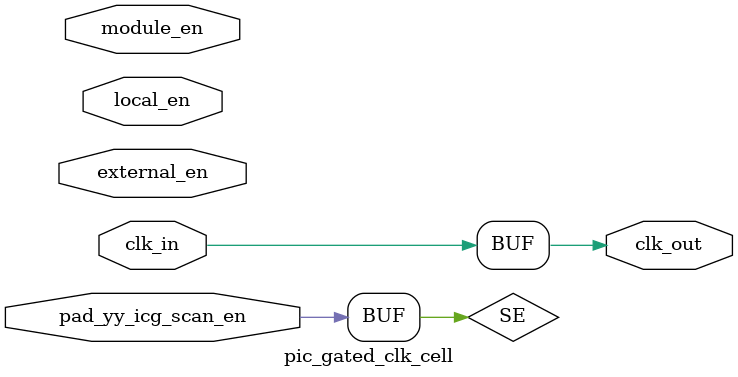
<source format=v>
module pic_gated_clk_cell(
  clk_in,
  module_en,
  local_en,
  external_en,
  pad_yy_icg_scan_en,
  clk_out
);
//RELEASE_INST_LIB

input  clk_in;
input  module_en;
input  local_en;
input  external_en;
input  pad_yy_icg_scan_en;
output clk_out;

wire   clk_en_bf_latch;
wire   SE;

assign clk_en_bf_latch = module_en | local_en | external_en ;

// SE driven from primary input, held constant
assign SE       = pad_yy_icg_scan_en;

`ifdef PIC_GATED_CELL  
pic_gated_cell x_pic_gated_cell( //Customs can replace pic_gated_cell with their own icg_cell
  .clk_in        (clk_in),
  .external_en   (clk_en_bf_latch),
  .SE            (SE),
  .clk_out       (clk_out)
  );
//`ifdef PIC_SMIC
//  `ifdef PIC_PROCESS55LL
//HVT_CLKLANQHDV8 x_gated_clk_cell(
//.CK(clk_in),
//  `endif
//.TE(SE),
//.E(clk_en_bf_latch),
//.Q(clk_out));
//`endif
//`ifdef PIC_TSMC
//  `ifdef PIC_PROCESS40LP
//     CKLNQD1BWP x_gated_clk_cell (
//         .CP(clk_in),
//         .TE(SE),
//         .E(clk_en_bf_latch),
//         .Q(clk_out));
//  `endif
//  `ifdef PIC_PROCESS28HPC
//    CKLNQD8BWP35P140  x_gated_clk_cell (
//                .CP     (clk_in),
//                .TE     (SE),
//                .E      (clk_en_bf_latch),
//                .Q      (clk_out)
//                );
//  `endif
//  `ifdef PIC_PROCESS12FFC
//    CKLNQD8BWP6T16P96CPDLVT x_gated_clk_cell (
//      .CP           (clk_in),
//      .TE           (SE),
//      .E            (clk_en_bf_latch),
//      .Q            (clk_out)
//    );
//  `endif
//`endif
//`ifdef PIC_GSMC
//  `ifdef PIC_PROCESS130
//CLKGTPHD8X x_gated_clk_cell(
//.CK(clk_in),
//  `endif
//.TE(SE),
//.E(clk_en_bf_latch),
//.Z(clk_out));
//`endif
//
//`ifdef PIC_UMC
//  `ifdef PIC_PROCESS28HDE
//    PREICG_X4B_A9PP140ZTR_C30 x_gated_clk_cell (
//    .CK(clk_in),
//    .SE(SE),
//    .E(clk_en_bf_latch),
//    .ECK(clk_out)
//  );
//    `endif 
//   `ifdef PIC_PROCESS22HDE
//    PREICG_X4B_A9PP140ZTS_C30 x_gated_clk_cell (
//    .CK(clk_in),
//    .SE(SE),
//    .E(clk_en_bf_latch),
//    .ECK(clk_out)
//  );
//  
//  `endif
//`endif
`else
//STN_CKGTPLT_V5_1  x_gated_clk_cell (
//  .CK           (clk_in),
//  .SE               (SE),
//  .EN      (clk_en_bf_latch),
//  .Q          (clk_out)
//);
assign clk_out = clk_in;
`endif


endmodule   

</source>
